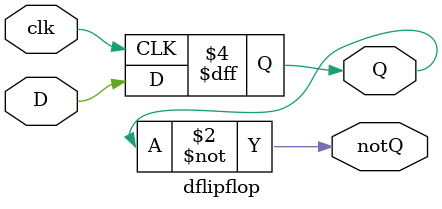
<source format=v>
module dflipflop(
    input D, clk,  //En is clk 
    output reg Q, 
    output notQ
    );
    
    initial begin 
        Q <= 0;
    end
    
    always @ (posedge clk) begin
            Q <= D;
    end
    
    assign notQ = ~Q;
    
endmodule

</source>
